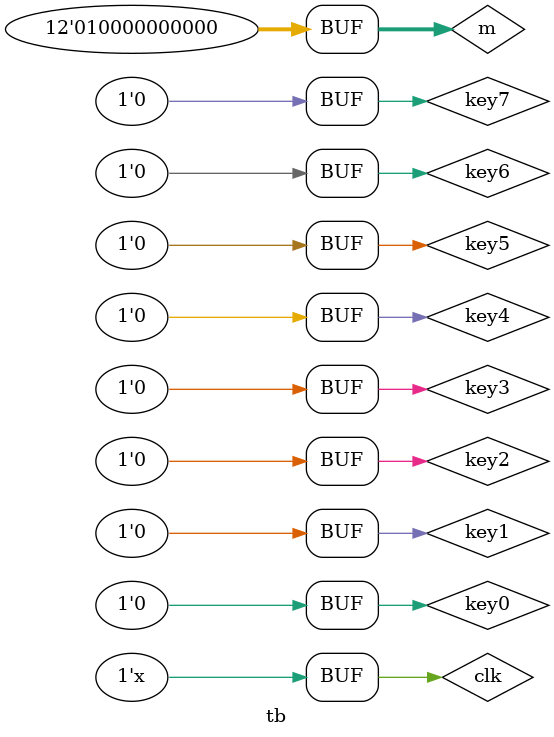
<source format=v>
`timescale 1ns/1ps
module tb;
    	reg clk;
//	wire signed [7:0] Out;
	reg key1, key2 ,key3, key4, key5, key6, key7, key0;
	reg signed [11:0] m ;
	wire pwm;
/*	wire signed [7:0] data = 8'hc0;
	wire pwmp, pwmn;*/
//    reg [23:0] freq;
//    wire [23:0] phaseShift = 24'b0;
//    wire clkEn = 1'b1;
//    wire signed [11:0] out;
//    initial begin
//        clk = 1'b1;
//        freq = 24'd1678;
//        /*#10010 freq = 24'h08_0000;
//        #20000 freq = 24'h0C_0000;
//        #30000 freq = 24'h10_0000;
//        #40000 freq = 24'h18_0000;
//        #50000 freq = 24'h20_0000;
//        #60000 freq = 24'h30_0000;*/
//        //#70000 $stop();
//    end
//    always begin
//        #5 clk = ~clk;
//    end    
//    dds #( 
//	.PHASE_W (24), 
//	.DATA_W (12), 
//	.TABLE_AW  (12),
//	.MEM_FILE  ("SineTable12X12.dat")
//) dds_inst (
//       .FreqWord(freq),
//       .PhaseShift(phaseShift),
//       .clk(clk),
//       .ClkEn(clkEn),
//       .Out(out)) ;

initial begin 
	clk = 1'b0;
	key1= 1'b0;
	key2 =1'b0;
	key3= 1'b0;
	key4= 1'b0;
	key5= 1'b0;
	key6= 1'b0;
	key7= 1'b0;
	key0 = 1'b0;
	m = 12'sd1024;//(0.5) //1844(0.9);//2048(-1);
end
always begin
	#999999  key1 = 1'b1;
	#50 key1 = 1'b0;
	#99  key1 = 1'b1;
	#50 key1 = 1'b0;
	#999  key1 = 1'b1;
	#50 key1 = 1'b0;
	#999  key1 = 1'b1;
	#50 key1 = 1'b0;
	#99  key1 = 1'b1;
	#50 key1 = 1'b0;
	//#50 m = m - 12'sd204;
end
always begin 
	#5 clk =~clk;
end

always begin
	#999999  key7 = 1'b1;
	#50 key7 = 1'b0;
	#99  key7 = 1'b1;
	#50 key7 = 1'b0;
	#999  key7 = 1'b1;
	#50 key7 = 1'b0;
	#999  key7 = 1'b1;
	#50 key7 = 1'b0;
	#99  key7 = 1'b1;
	#50 key7 = 1'b0;
end
//PWM the_pwm( 
//	.clk(clk), .rst(1'b0), 
//	.data(data), 
//	.pwm(pwm)
//);



top the_top(
	.clk(clk),
	.rst(1'b0),
	.m0(m),
	.key1(key1), .key2(key2) ,.key3(key3), .key4(key4), .key5(key5), .key6(key6), .key7(key7), .key0(key0),
	.pwm(pwm)
	);
endmodule

	
</source>
